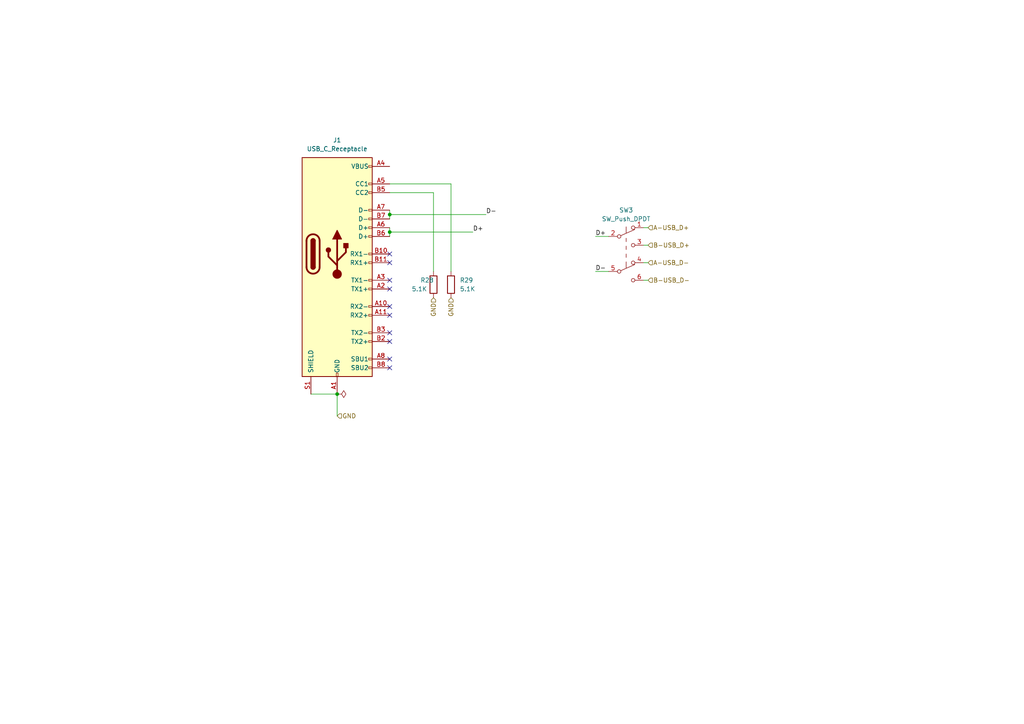
<source format=kicad_sch>
(kicad_sch (version 20230121) (generator eeschema)
  (paper "A4")
  (lib_symbols
    (symbol "Connector:USB_C_Receptacle" (pin_names (offset 1.016))
      (property "Reference" "J" (at -10.16 29.21 0))
      (property "Value" "USB_C_Receptacle" (at 10.16 29.21 0))
      (symbol "USB_C_Receptacle_0_0"
        (rectangle (start -0.254 -35.56) (end 0.254 -34.544))
        (rectangle (start 10.16 -32.766) (end 9.144 -33.274))
        (rectangle (start 10.16 -30.226) (end 9.144 -30.734))
        (rectangle (start 10.16 -25.146) (end 9.144 -25.654))
        (rectangle (start 10.16 -22.606) (end 9.144 -23.114))
        (rectangle (start 10.16 -17.526) (end 9.144 -18.034))
        (rectangle (start 10.16 -14.986) (end 9.144 -15.494))
        (rectangle (start 10.16 -9.906) (end 9.144 -10.414))
        (rectangle (start 10.16 -7.366) (end 9.144 -7.874))
        (rectangle (start 10.16 -2.286) (end 9.144 -2.794))
        (rectangle (start 10.16 0.254) (end 9.144 -0.254))
        (rectangle (start 10.16 5.334) (end 9.144 4.826))
        (rectangle (start 10.16 7.874) (end 9.144 7.366))
        (rectangle (start 10.16 10.414) (end 9.144 9.906))
        (rectangle (start 10.16 12.954) (end 9.144 12.446))
        (rectangle (start 10.16 18.034) (end 9.144 17.526))
        (rectangle (start 10.16 20.574) (end 9.144 20.066))
        (rectangle (start 10.16 25.654) (end 9.144 25.146))
      )
      (symbol "USB_C_Receptacle_0_1"
        (rectangle (start -10.16 27.94) (end 10.16 -35.56) (stroke (width 0.254)) (fill (type background)))
        (arc (start -8.89 -3.81) (mid -6.985 -5.7067) (end -5.08 -3.81) (stroke (width 0.508)))
        (arc (start -7.62 -3.81) (mid -6.985 -4.4423) (end -6.35 -3.81) (stroke (width 0.254)))
        (arc (start -7.62 -3.81) (mid -6.985 -4.4423) (end -6.35 -3.81) (stroke (width 0.254)) (fill (type outline)))
        (rectangle (start -7.62 -3.81) (end -6.35 3.81) (stroke (width 0.254)) (fill (type outline)))
        (arc (start -6.35 3.81) (mid -6.985 4.4423) (end -7.62 3.81) (stroke (width 0.254)))
        (arc (start -6.35 3.81) (mid -6.985 4.4423) (end -7.62 3.81) (stroke (width 0.254)) (fill (type outline)))
        (arc (start -5.08 3.81) (mid -6.985 5.7067) (end -8.89 3.81) (stroke (width 0.508)))
        (polyline (pts (xy -8.89 -3.81) (xy -8.89 3.81)) (stroke (width 0.508)))
        (polyline (pts (xy -5.08 3.81) (xy -5.08 -3.81)) (stroke (width 0.508)))
      )
      (symbol "USB_C_Receptacle_1_1"
        (circle (center -2.54 1.143) (radius 0.635) (stroke (width 0.254)) (fill (type outline)))
        (circle (center 0 -5.842) (radius 1.27) (fill (type outline)))
        (polyline (pts (xy 0 -5.842) (xy 0 4.318)) (stroke (width 0.508)))
        (polyline (pts (xy 0 -3.302) (xy -2.54 -0.762) (xy -2.54 0.508)) (stroke (width 0.508)))
        (polyline (pts (xy 0 -2.032) (xy 2.54 0.508) (xy 2.54 1.778)) (stroke (width 0.508)))
        (polyline (pts (xy -1.27 4.318) (xy 0 6.858) (xy 1.27 4.318) (xy -1.27 4.318)) (stroke (width 0.254)) (fill (type outline)))
        (rectangle (start 1.905 1.778) (end 3.175 3.048) (stroke (width 0.254)) (fill (type outline)))
        (pin passive line (at 0 -40.64 90) (length 5.08) (name "GND") (number "A1"))
        (pin bidirectional line (at 15.24 -15.24 180) (length 5.08) (name "RX2-") (number "A10"))
        (pin bidirectional line (at 15.24 -17.78 180) (length 5.08) (name "RX2+") (number "A11"))
        (pin passive line (at 0 -40.64 90) (length 5.08) hide (name "GND") (number "A12"))
        (pin bidirectional line (at 15.24 -10.16 180) (length 5.08) (name "TX1+") (number "A2"))
        (pin bidirectional line (at 15.24 -7.62 180) (length 5.08) (name "TX1-") (number "A3"))
        (pin passive line (at 15.24 25.4 180) (length 5.08) (name "VBUS") (number "A4"))
        (pin bidirectional line (at 15.24 20.32 180) (length 5.08) (name "CC1") (number "A5"))
        (pin bidirectional line (at 15.24 7.62 180) (length 5.08) (name "D+") (number "A6"))
        (pin bidirectional line (at 15.24 12.7 180) (length 5.08) (name "D-") (number "A7"))
        (pin bidirectional line (at 15.24 -30.48 180) (length 5.08) (name "SBU1") (number "A8"))
        (pin passive line (at 15.24 25.4 180) (length 5.08) hide (name "VBUS") (number "A9"))
        (pin passive line (at 0 -40.64 90) (length 5.08) hide (name "GND") (number "B1"))
        (pin bidirectional line (at 15.24 0 180) (length 5.08) (name "RX1-") (number "B10"))
        (pin bidirectional line (at 15.24 -2.54 180) (length 5.08) (name "RX1+") (number "B11"))
        (pin passive line (at 0 -40.64 90) (length 5.08) hide (name "GND") (number "B12"))
        (pin bidirectional line (at 15.24 -25.4 180) (length 5.08) (name "TX2+") (number "B2"))
        (pin bidirectional line (at 15.24 -22.86 180) (length 5.08) (name "TX2-") (number "B3"))
        (pin passive line (at 15.24 25.4 180) (length 5.08) hide (name "VBUS") (number "B4"))
        (pin bidirectional line (at 15.24 17.78 180) (length 5.08) (name "CC2") (number "B5"))
        (pin bidirectional line (at 15.24 5.08 180) (length 5.08) (name "D+") (number "B6"))
        (pin bidirectional line (at 15.24 10.16 180) (length 5.08) (name "D-") (number "B7"))
        (pin bidirectional line (at 15.24 -33.02 180) (length 5.08) (name "SBU2") (number "B8"))
        (pin passive line (at 15.24 25.4 180) (length 5.08) hide (name "VBUS") (number "B9"))
        (pin passive line (at -7.62 -40.64 90) (length 5.08) (name "SHIELD") (number "S1"))
      )
    )
    (symbol "Device:R" (pin_numbers hide) (pin_names (offset 0))
      (property "Reference" "R" (at 2.032 0 90))
      (property "Value" "R" (at 0 0 90))
      (symbol "R_0_1"
        (rectangle (start -1.016 -2.54) (end 1.016 2.54) (stroke (width 0.254)))
      )
      (symbol "R_1_1"
        (pin passive line (at 0 3.81 270) (length 1.27) (name "~") (number "1"))
        (pin passive line (at 0 -3.81 90) (length 1.27) (name "~") (number "2"))
      )
    )
    (symbol "Switch:SW_Push_DPDT" (pin_names (offset 0) hide)
      (property "Reference" "SW" (at 0 8.89 0))
      (property "Value" "SW_Push_DPDT" (at 0 -10.16 0))
      (symbol "SW_Push_DPDT_0_0"
        (circle (center -2.032 -5.08) (radius 0.508))
        (circle (center -2.032 5.08) (radius 0.508))
        (circle (center 2.032 -7.62) (radius 0.508))
        (circle (center 2.032 2.54) (radius 0.508))
      )
      (symbol "SW_Push_DPDT_0_1"
        (polyline (pts (xy -1.524 -4.826) (xy 2.54 -3.048)))
        (polyline (pts (xy -1.524 5.334) (xy 2.54 7.112)))
        (polyline (pts (xy 0 -2.286) (xy 0 -4.064)))
        (polyline (pts (xy 0 -1.016) (xy 0 0)))
        (polyline (pts (xy 0 1.27) (xy 0 2.286)))
        (polyline (pts (xy 0 3.556) (xy 0 4.572)))
        (polyline (pts (xy 0 7.874) (xy 0 6.096)))
        (circle (center 2.032 -2.54) (radius 0.508))
        (circle (center 2.032 7.62) (radius 0.508))
      )
      (symbol "SW_Push_DPDT_1_1"
        (pin passive line (at 5.08 7.62 180) (length 2.54) (name "A") (number "1"))
        (pin passive line (at -5.08 5.08 0) (length 2.54) (name "B") (number "2"))
        (pin passive line (at 5.08 2.54 180) (length 2.54) (name "C") (number "3"))
        (pin passive line (at 5.08 -2.54 180) (length 2.54) (name "A") (number "4"))
        (pin passive line (at -5.08 -5.08 0) (length 2.54) (name "B") (number "5"))
        (pin passive line (at 5.08 -7.62 180) (length 2.54) (name "C") (number "6"))
      )
    )
    (symbol "power:PWR_FLAG" (power) (pin_numbers hide) (pin_names (offset 0) hide)
      (property "Value" "PWR_FLAG" (at 0 3.81 0))
      (symbol "PWR_FLAG_0_0"
        (pin power_out line (at 0 0 90) (length 0) (name "pwr") (number "1"))
      )
      (symbol "PWR_FLAG_0_1"
        (polyline (pts (xy 0 0) (xy 0 1.27) (xy -1.016 1.905) (xy 0 2.54) (xy 1.016 1.905) (xy 0 1.27)))
      )
    )
  )
  (junction (at 113.03 62.23))
  (junction (at 113.03 67.31))
  (junction (at 97.79 114.3))
  (no_connect (at 113.03 83.82))
  (no_connect (at 113.03 76.2))
  (no_connect (at 113.03 106.68))
  (no_connect (at 113.03 81.28))
  (no_connect (at 113.03 91.44))
  (no_connect (at 113.03 99.06))
  (no_connect (at 113.03 88.9))
  (no_connect (at 113.03 96.52))
  (no_connect (at 113.03 104.14))
  (no_connect (at 113.03 73.66))
  (wire (pts (xy 113.03 62.23) (xy 140.97 62.23)))
  (wire (pts (xy 113.03 62.23) (xy 113.03 63.5)))
  (wire (pts (xy 172.72 68.58) (xy 176.53 68.58)))
  (wire (pts (xy 186.69 66.04) (xy 187.96 66.04)))
  (wire (pts (xy 90.17 114.3) (xy 97.79 114.3)))
  (wire (pts (xy 113.03 53.34) (xy 130.81 53.34)))
  (wire (pts (xy 97.79 114.3) (xy 97.79 120.65)))
  (wire (pts (xy 113.03 67.31) (xy 137.16 67.31)))
  (wire (pts (xy 113.03 66.04) (xy 113.03 67.31)))
  (wire (pts (xy 186.69 76.2) (xy 187.96 76.2)))
  (wire (pts (xy 113.03 67.31) (xy 113.03 68.58)))
  (wire (pts (xy 186.69 71.12) (xy 187.96 71.12)))
  (wire (pts (xy 113.03 60.96) (xy 113.03 62.23)))
  (wire (pts (xy 130.81 53.34) (xy 130.81 78.74)))
  (wire (pts (xy 186.69 81.28) (xy 187.96 81.28)))
  (wire (pts (xy 113.03 55.88) (xy 125.73 55.88)))
  (wire (pts (xy 172.72 78.74) (xy 176.53 78.74)))
  (wire (pts (xy 125.73 55.88) (xy 125.73 78.74)))
  (label "D-" (at 172.72 78.74 0))
  (label "D+" (at 172.72 68.58 0))
  (label "D+" (at 137.16 67.31 0))
  (label "D-" (at 140.97 62.23 0))
  (hierarchical_label "GND" (shape input) (at 125.73 86.36 270))
  (hierarchical_label "A-USB_D+" (shape input) (at 187.96 66.04 0))
  (hierarchical_label "B-USB_D-" (shape input) (at 187.96 81.28 0))
  (hierarchical_label "B-USB_D+" (shape input) (at 187.96 71.12 0))
  (hierarchical_label "GND" (shape input) (at 97.79 120.65 0))
  (hierarchical_label "A-USB_D-" (shape input) (at 187.96 76.2 0))
  (hierarchical_label "GND" (shape input) (at 130.81 86.36 270))
  (symbol (lib_id "Device:R") (at 130.81 82.55 0) (unit 1)
    (property "Reference" "R29" (at 133.35 81.28 0) (effects (justify left)))
    (property "Value" "5.1K" (at 133.35 83.82 0) (effects (justify left)))
    (property "Footprint" "Resistor_THT:R_Axial_DIN0207_L6.3mm_D2.5mm_P10.16mm_Horizontal" (effects hide))
    (instances (project "ROSE-PILK_v1" (path "" (reference "R29") (unit 1))) (project "USBC" (path "" (reference "R5") (unit 1)) (path "" (reference "R9") (unit 1))))
  )
  (symbol (lib_id "power:PWR_FLAG") (at 97.79 114.3 270) (unit 1)
    (property "Reference" "#FLG01" (effects hide))
    (property "Value" "PWR_FLAG" (effects hide))
    (instances (project "ROSE-PILK_v1" (path "" (reference "#FLG01") (unit 1))) (project "USBC" (path "" (reference "#FLG02") (unit 1)) (path "" (reference "#FLG03") (unit 1))))
  )
  (symbol (lib_id "Connector:USB_C_Receptacle") (at 97.79 73.66 0) (unit 1)
    (property "Reference" "J1" (at 97.79 40.64 0))
    (property "Value" "USB_C_Receptacle" (at 97.79 43.18 0))
    (property "Footprint" "Connector_USB:USB_C_Receptacle_Molex_105450-0101" (effects hide))
    (property "Datasheet" "https://www.usb.org/sites/default/files/documents/usb_type-c.zip" (effects hide))
    (instances (project "ROSE-PILK_v1" (path "" (reference "J1") (unit 1))) (project "USBC" (path "" (reference "J2") (unit 1)) (path "" (reference "J1") (unit 1))))
  )
  (symbol (lib_id "Switch:SW_Push_DPDT") (at 181.61 73.66 0) (unit 1)
    (property "Reference" "SW3" (at 181.61 60.96 0))
    (property "Value" "SW_Push_DPDT" (at 181.61 63.5 0))
    (property "Footprint" "Button_Switch_THT:SW_CuK_JS202011CQN_DPDT_Straight" (effects hide))
  )
  (symbol (lib_id "Device:R") (at 125.73 82.55 0) (unit 1)
    (property "Reference" "R28" (at 121.92 81.28 0) (effects (justify left)))
    (property "Value" "5.1K" (at 119.38 83.82 0) (effects (justify left)))
    (property "Footprint" "Resistor_THT:R_Axial_DIN0207_L6.3mm_D2.5mm_P10.16mm_Horizontal" (effects hide))
    (instances (project "ROSE-PILK_v1" (path "" (reference "R28") (unit 1))) (project "USBC" (path "" (reference "R4") (unit 1)) (path "" (reference "R8") (unit 1))))
  )
)
</source>
